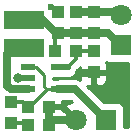
<source format=gbr>
G04 #@! TF.FileFunction,Copper,L1,Top,Signal*
%FSLAX46Y46*%
G04 Gerber Fmt 4.6, Leading zero omitted, Abs format (unit mm)*
G04 Created by KiCad (PCBNEW no-vcs-found-product) date 17.07.2015 (пт) 15,05,13 EEST*
%MOMM*%
G01*
G04 APERTURE LIST*
%ADD10C,0.100000*%
%ADD11R,1.800000X1.800000*%
%ADD12C,1.800000*%
%ADD13R,1.060000X1.030000*%
%ADD14R,1.016000X1.016000*%
%ADD15R,3.500000X1.600000*%
%ADD16R,1.200000X0.550000*%
%ADD17C,0.838200*%
%ADD18C,0.900000*%
%ADD19C,0.600000*%
%ADD20C,0.304800*%
%ADD21C,0.635000*%
%ADD22C,0.254000*%
G04 APERTURE END LIST*
D10*
D11*
X25400000Y-22860000D03*
D12*
X25400000Y-20320000D03*
D11*
X24130000Y-29210000D03*
D12*
X21590000Y-29210000D03*
D13*
X16065500Y-27686000D03*
X16065500Y-29464000D03*
D14*
X17526000Y-28067000D03*
X19304000Y-28067000D03*
X19812000Y-23368000D03*
X21590000Y-23368000D03*
X23114000Y-21844000D03*
X23114000Y-20066000D03*
X21590000Y-21844000D03*
X21590000Y-20066000D03*
D15*
X17208500Y-23107500D03*
X17208500Y-20707500D03*
D14*
X20066000Y-21844000D03*
X20066000Y-20066000D03*
X23114000Y-23368000D03*
X23114000Y-25146000D03*
D16*
X20096000Y-26604000D03*
X20096000Y-24704000D03*
X17496000Y-26604000D03*
X17496000Y-25654000D03*
X17496000Y-24704000D03*
D14*
X19304000Y-29591000D03*
X17526000Y-29591000D03*
D17*
X16700500Y-25654000D03*
D18*
X21907500Y-25209500D03*
D19*
X20889000Y-24704000D03*
X19494500Y-19621500D03*
D20*
X16065500Y-27686000D02*
X17081500Y-27686000D01*
X17081500Y-27686000D02*
X17462500Y-28067000D01*
X17462500Y-28067000D02*
X17526000Y-28067000D01*
D21*
X20096000Y-26604000D02*
X21524000Y-26604000D01*
X21524000Y-26604000D02*
X24130000Y-29210000D01*
D22*
X20096000Y-26604000D02*
X19111000Y-26604000D01*
X19111000Y-26604000D02*
X17648000Y-28067000D01*
X17648000Y-28067000D02*
X17526000Y-28067000D01*
X17496000Y-24704000D02*
X18227000Y-24704000D01*
X18923000Y-26416000D02*
X19111000Y-26604000D01*
X18923000Y-25400000D02*
X18923000Y-26416000D01*
X18227000Y-24704000D02*
X18923000Y-25400000D01*
D20*
X16700500Y-25654000D02*
X17496000Y-25654000D01*
D21*
X21907500Y-25209500D02*
X23114000Y-25209500D01*
X23114000Y-25209500D02*
X23114000Y-25146000D01*
X23114000Y-20066000D02*
X25146000Y-20066000D01*
X25146000Y-20066000D02*
X25209500Y-20129500D01*
X25209500Y-20129500D02*
X25400000Y-20320000D01*
X21590000Y-20066000D02*
X23241000Y-20066000D01*
X23241000Y-20066000D02*
X23114000Y-20066000D01*
X21590000Y-29210000D02*
X19304000Y-29210000D01*
X19304000Y-29210000D02*
X19304000Y-29591000D01*
X19304000Y-28067000D02*
X19304000Y-29527500D01*
X19304000Y-29527500D02*
X19367500Y-29591000D01*
X19367500Y-29591000D02*
X19304000Y-29591000D01*
X25146000Y-20066000D02*
X25400000Y-20320000D01*
D20*
X19812000Y-23368000D02*
X19812000Y-22098000D01*
X19812000Y-22098000D02*
X20066000Y-21844000D01*
D21*
X23114000Y-21844000D02*
X24320500Y-21844000D01*
X24320500Y-21844000D02*
X25336500Y-22860000D01*
X25336500Y-22860000D02*
X25400000Y-22860000D01*
X21590000Y-21844000D02*
X23050500Y-21844000D01*
X23050500Y-21844000D02*
X23114000Y-21844000D01*
X17208500Y-20707500D02*
X18802500Y-20707500D01*
X18802500Y-20707500D02*
X19939000Y-21844000D01*
X19939000Y-21844000D02*
X21590000Y-21844000D01*
D20*
X20096000Y-24704000D02*
X20889000Y-24704000D01*
X19494500Y-19621500D02*
X19939000Y-20066000D01*
X19939000Y-20066000D02*
X20066000Y-20066000D01*
X21590000Y-23368000D02*
X23114000Y-23368000D01*
X21590000Y-24003000D02*
X21590000Y-23368000D01*
X20889000Y-24704000D02*
X21590000Y-24003000D01*
D21*
X17496000Y-26604000D02*
X16063000Y-26604000D01*
X15748000Y-26289000D02*
X15748000Y-23622000D01*
X16063000Y-26604000D02*
X15748000Y-26289000D01*
X15748000Y-23622000D02*
X16256000Y-23114000D01*
X16256000Y-23114000D02*
X17081500Y-23114000D01*
X17081500Y-23114000D02*
X17208500Y-23107500D01*
D20*
X16065500Y-29464000D02*
X17399000Y-29464000D01*
X17399000Y-29464000D02*
X17526000Y-29591000D01*
D22*
X16002000Y-29337000D02*
X16446500Y-29337000D01*
G36*
X21783747Y-29224142D02*
X21604142Y-29403747D01*
X21590000Y-29389605D01*
X21575857Y-29403747D01*
X21396252Y-29224142D01*
X21410395Y-29210000D01*
X20509841Y-28309446D01*
X20430443Y-28336193D01*
X20288250Y-28194000D01*
X19431000Y-28194000D01*
X19431000Y-28606750D01*
X19431000Y-29051250D01*
X19431000Y-29464000D01*
X19451000Y-29464000D01*
X19451000Y-29718000D01*
X19431000Y-29718000D01*
X19431000Y-29738000D01*
X19177000Y-29738000D01*
X19177000Y-29718000D01*
X19157000Y-29718000D01*
X19157000Y-29464000D01*
X19177000Y-29464000D01*
X19177000Y-29051250D01*
X19177000Y-28606750D01*
X19177000Y-28194000D01*
X19157000Y-28194000D01*
X19157000Y-27940000D01*
X19177000Y-27940000D01*
X19177000Y-27920000D01*
X19431000Y-27920000D01*
X19431000Y-27940000D01*
X20288250Y-27940000D01*
X20447000Y-27781250D01*
X20447000Y-27685309D01*
X20447000Y-27556500D01*
X21129461Y-27556500D01*
X21260447Y-27687485D01*
X21220540Y-27689161D01*
X20775852Y-27873357D01*
X20689446Y-28129841D01*
X21590000Y-29030395D01*
X21604142Y-29016252D01*
X21783747Y-29195857D01*
X21769605Y-29210000D01*
X21783747Y-29224142D01*
X21783747Y-29224142D01*
G37*
X21783747Y-29224142D02*
X21604142Y-29403747D01*
X21590000Y-29389605D01*
X21575857Y-29403747D01*
X21396252Y-29224142D01*
X21410395Y-29210000D01*
X20509841Y-28309446D01*
X20430443Y-28336193D01*
X20288250Y-28194000D01*
X19431000Y-28194000D01*
X19431000Y-28606750D01*
X19431000Y-29051250D01*
X19431000Y-29464000D01*
X19451000Y-29464000D01*
X19451000Y-29718000D01*
X19431000Y-29718000D01*
X19431000Y-29738000D01*
X19177000Y-29738000D01*
X19177000Y-29718000D01*
X19157000Y-29718000D01*
X19157000Y-29464000D01*
X19177000Y-29464000D01*
X19177000Y-29051250D01*
X19177000Y-28606750D01*
X19177000Y-28194000D01*
X19157000Y-28194000D01*
X19157000Y-27940000D01*
X19177000Y-27940000D01*
X19177000Y-27920000D01*
X19431000Y-27920000D01*
X19431000Y-27940000D01*
X20288250Y-27940000D01*
X20447000Y-27781250D01*
X20447000Y-27685309D01*
X20447000Y-27556500D01*
X21129461Y-27556500D01*
X21260447Y-27687485D01*
X21220540Y-27689161D01*
X20775852Y-27873357D01*
X20689446Y-28129841D01*
X21590000Y-29030395D01*
X21604142Y-29016252D01*
X21783747Y-29195857D01*
X21769605Y-29210000D01*
X21783747Y-29224142D01*
G36*
X23261000Y-20193000D02*
X23241000Y-20193000D01*
X23241000Y-20213000D01*
X22987000Y-20213000D01*
X22987000Y-20193000D01*
X22574250Y-20193000D01*
X22129750Y-20193000D01*
X21717000Y-20193000D01*
X21717000Y-20213000D01*
X21463000Y-20213000D01*
X21463000Y-20193000D01*
X21443000Y-20193000D01*
X21443000Y-19939000D01*
X21463000Y-19939000D01*
X21463000Y-19919000D01*
X21717000Y-19919000D01*
X21717000Y-19939000D01*
X22129750Y-19939000D01*
X22574250Y-19939000D01*
X22987000Y-19939000D01*
X22987000Y-19919000D01*
X23241000Y-19919000D01*
X23241000Y-19939000D01*
X23261000Y-19939000D01*
X23261000Y-20193000D01*
X23261000Y-20193000D01*
G37*
X23261000Y-20193000D02*
X23241000Y-20193000D01*
X23241000Y-20213000D01*
X22987000Y-20213000D01*
X22987000Y-20193000D01*
X22574250Y-20193000D01*
X22129750Y-20193000D01*
X21717000Y-20193000D01*
X21717000Y-20213000D01*
X21463000Y-20213000D01*
X21463000Y-20193000D01*
X21443000Y-20193000D01*
X21443000Y-19939000D01*
X21463000Y-19939000D01*
X21463000Y-19919000D01*
X21717000Y-19919000D01*
X21717000Y-19939000D01*
X22129750Y-19939000D01*
X22574250Y-19939000D01*
X22987000Y-19939000D01*
X22987000Y-19919000D01*
X23241000Y-19919000D01*
X23241000Y-19939000D01*
X23261000Y-19939000D01*
X23261000Y-20193000D01*
G36*
X25593747Y-20334142D02*
X25414142Y-20513747D01*
X25400000Y-20499605D01*
X25385857Y-20513747D01*
X25206252Y-20334142D01*
X25220395Y-20320000D01*
X25206252Y-20305857D01*
X25385857Y-20126252D01*
X25400000Y-20140395D01*
X25414142Y-20126252D01*
X25593747Y-20305857D01*
X25579605Y-20320000D01*
X25593747Y-20334142D01*
X25593747Y-20334142D01*
G37*
X25593747Y-20334142D02*
X25414142Y-20513747D01*
X25400000Y-20499605D01*
X25385857Y-20513747D01*
X25206252Y-20334142D01*
X25220395Y-20320000D01*
X25206252Y-20305857D01*
X25385857Y-20126252D01*
X25400000Y-20140395D01*
X25414142Y-20126252D01*
X25593747Y-20305857D01*
X25579605Y-20320000D01*
X25593747Y-20334142D01*
G36*
X25985000Y-29795000D02*
X25677440Y-29795000D01*
X25677440Y-28310000D01*
X25630463Y-28067877D01*
X25490673Y-27855073D01*
X25279640Y-27712623D01*
X25030000Y-27662560D01*
X24257000Y-27662560D01*
X24257000Y-25780309D01*
X24257000Y-25431750D01*
X24098250Y-25273000D01*
X23241000Y-25273000D01*
X23241000Y-26130250D01*
X23399750Y-26289000D01*
X23495691Y-26289000D01*
X23748310Y-26289000D01*
X23981699Y-26192327D01*
X24160327Y-26013698D01*
X24257000Y-25780309D01*
X24257000Y-27662560D01*
X23929598Y-27662560D01*
X22556038Y-26289000D01*
X22732309Y-26289000D01*
X22828250Y-26289000D01*
X22987000Y-26130250D01*
X22987000Y-25273000D01*
X22129750Y-25273000D01*
X21971000Y-25431750D01*
X21971000Y-25779125D01*
X21888506Y-25724005D01*
X21524000Y-25651500D01*
X20096000Y-25651500D01*
X19944878Y-25681560D01*
X19685000Y-25681560D01*
X19685000Y-25626440D01*
X20672343Y-25626440D01*
X20702201Y-25638838D01*
X21074167Y-25639162D01*
X21417943Y-25497117D01*
X21681192Y-25234327D01*
X21823838Y-24890799D01*
X21823845Y-24882706D01*
X21971000Y-24735552D01*
X21971000Y-24860250D01*
X22129750Y-25019000D01*
X22987000Y-25019000D01*
X22987000Y-24999000D01*
X23241000Y-24999000D01*
X23241000Y-25019000D01*
X24098250Y-25019000D01*
X24257000Y-24860250D01*
X24257000Y-24511691D01*
X24170849Y-24303706D01*
X24250360Y-24357377D01*
X24500000Y-24407440D01*
X25985000Y-24407440D01*
X25985000Y-29795000D01*
X25985000Y-29795000D01*
G37*
X25985000Y-29795000D02*
X25677440Y-29795000D01*
X25677440Y-28310000D01*
X25630463Y-28067877D01*
X25490673Y-27855073D01*
X25279640Y-27712623D01*
X25030000Y-27662560D01*
X24257000Y-27662560D01*
X24257000Y-25780309D01*
X24257000Y-25431750D01*
X24098250Y-25273000D01*
X23241000Y-25273000D01*
X23241000Y-26130250D01*
X23399750Y-26289000D01*
X23495691Y-26289000D01*
X23748310Y-26289000D01*
X23981699Y-26192327D01*
X24160327Y-26013698D01*
X24257000Y-25780309D01*
X24257000Y-27662560D01*
X23929598Y-27662560D01*
X22556038Y-26289000D01*
X22732309Y-26289000D01*
X22828250Y-26289000D01*
X22987000Y-26130250D01*
X22987000Y-25273000D01*
X22129750Y-25273000D01*
X21971000Y-25431750D01*
X21971000Y-25779125D01*
X21888506Y-25724005D01*
X21524000Y-25651500D01*
X20096000Y-25651500D01*
X19944878Y-25681560D01*
X19685000Y-25681560D01*
X19685000Y-25626440D01*
X20672343Y-25626440D01*
X20702201Y-25638838D01*
X21074167Y-25639162D01*
X21417943Y-25497117D01*
X21681192Y-25234327D01*
X21823838Y-24890799D01*
X21823845Y-24882706D01*
X21971000Y-24735552D01*
X21971000Y-24860250D01*
X22129750Y-25019000D01*
X22987000Y-25019000D01*
X22987000Y-24999000D01*
X23241000Y-24999000D01*
X23241000Y-25019000D01*
X24098250Y-25019000D01*
X24257000Y-24860250D01*
X24257000Y-24511691D01*
X24170849Y-24303706D01*
X24250360Y-24357377D01*
X24500000Y-24407440D01*
X25985000Y-24407440D01*
X25985000Y-29795000D01*
M02*

</source>
